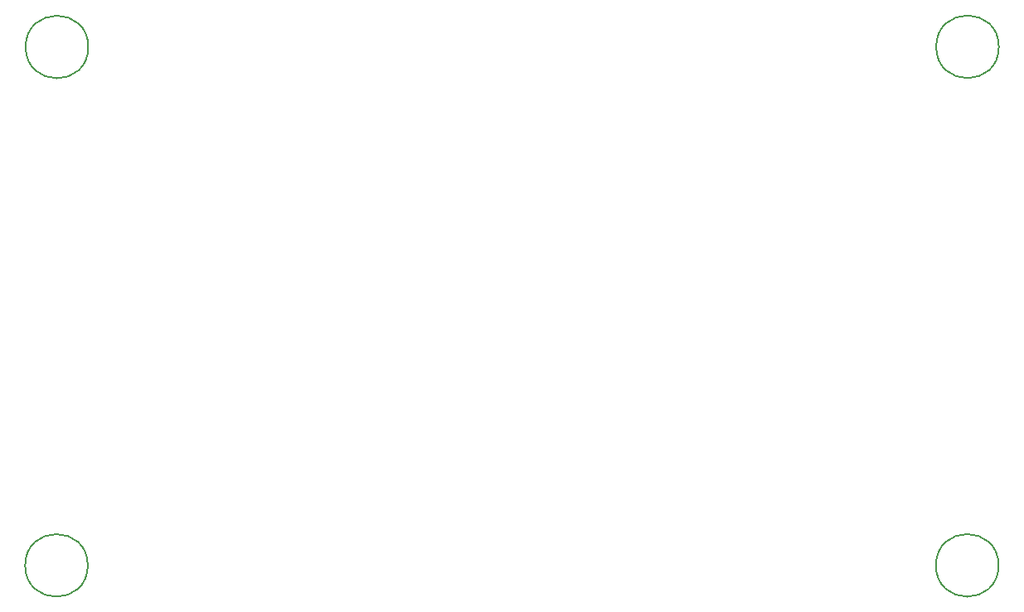
<source format=gbr>
%TF.GenerationSoftware,KiCad,Pcbnew,8.0.7-8.0.7-0~ubuntu22.04.1*%
%TF.CreationDate,2024-12-14T16:55:51+01:00*%
%TF.ProjectId,mini_module_template,6d696e69-5f6d-46f6-9475-6c655f74656d,rev?*%
%TF.SameCoordinates,Original*%
%TF.FileFunction,Other,Comment*%
%FSLAX46Y46*%
G04 Gerber Fmt 4.6, Leading zero omitted, Abs format (unit mm)*
G04 Created by KiCad (PCBNEW 8.0.7-8.0.7-0~ubuntu22.04.1) date 2024-12-14 16:55:51*
%MOMM*%
%LPD*%
G01*
G04 APERTURE LIST*
%ADD10C,0.150000*%
G04 APERTURE END LIST*
D10*
%TO.C,H3*%
X179700000Y-63500000D02*
G75*
G02*
X173300000Y-63500000I-3200000J0D01*
G01*
X173300000Y-63500000D02*
G75*
G02*
X179700000Y-63500000I3200000J0D01*
G01*
%TO.C,H2*%
X86670000Y-116520000D02*
G75*
G02*
X80270000Y-116520000I-3200000J0D01*
G01*
X80270000Y-116520000D02*
G75*
G02*
X86670000Y-116520000I3200000J0D01*
G01*
%TO.C,H4*%
X86720000Y-63520000D02*
G75*
G02*
X80320000Y-63520000I-3200000J0D01*
G01*
X80320000Y-63520000D02*
G75*
G02*
X86720000Y-63520000I3200000J0D01*
G01*
%TO.C,H1*%
X179670000Y-116520000D02*
G75*
G02*
X173270000Y-116520000I-3200000J0D01*
G01*
X173270000Y-116520000D02*
G75*
G02*
X179670000Y-116520000I3200000J0D01*
G01*
%TD*%
M02*

</source>
